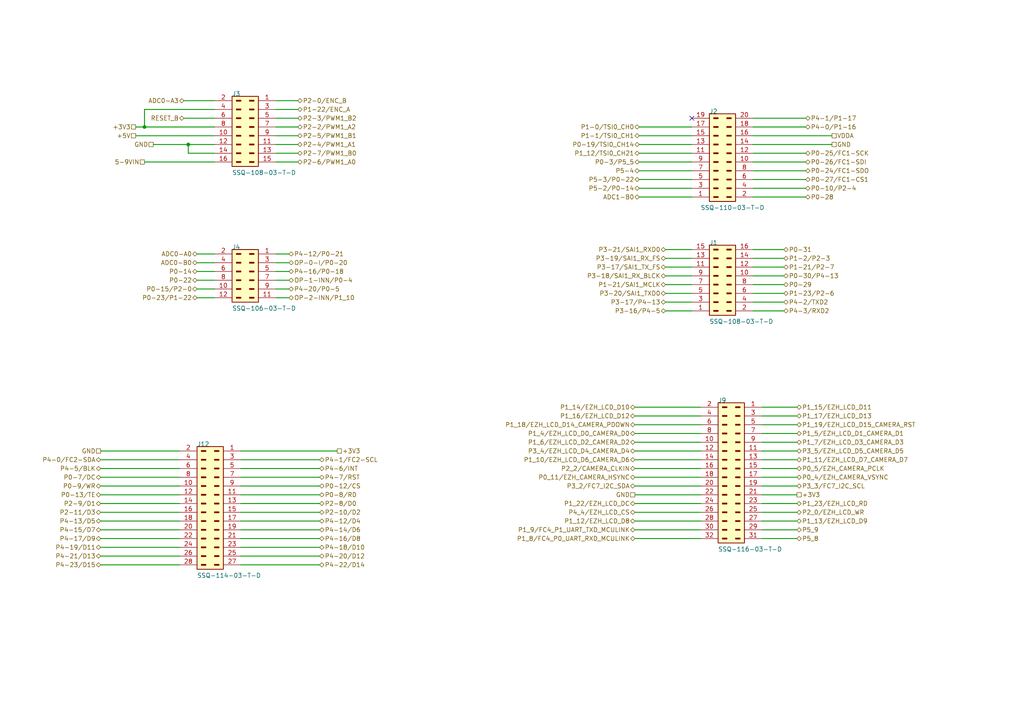
<source format=kicad_sch>
(kicad_sch (version 20231120) (generator "eeschema") (generator_version "8.0")
  (paper "A4")
  (lib_symbols
    (symbol "FRDM-MCXN947__Shield_Template-altium-import:root_0_mirrored_SSQ-106-03-T-D"
      (symbol "root_0_mirrored_SSQ-106-03-T-D_1_0"
        (rectangle (start -1.27 -7.493) (end -2.54 -7.747) (stroke (width 0.254)))
        (rectangle (start -1.27 -4.953) (end -2.54 -5.207) (stroke (width 0.254)))
        (rectangle (start -1.27 -2.413) (end -2.54 -2.667) (stroke (width 0.254)))
        (rectangle (start -1.27 0.127) (end -2.54 -0.127) (stroke (width 0.254)))
        (rectangle (start -1.27 2.667) (end -2.54 2.413) (stroke (width 0.254)))
        (rectangle (start -1.27 5.207) (end -2.54 4.953) (stroke (width 0.254)))
        (rectangle (start 2.54 -7.493) (end 1.27 -7.747) (stroke (width 0.254)))
        (rectangle (start 2.54 -4.953) (end 1.27 -5.207) (stroke (width 0.254)))
        (rectangle (start 2.54 -2.413) (end 1.27 -2.667) (stroke (width 0.254)))
        (rectangle (start 2.54 0.127) (end 1.27 -0.127) (stroke (width 0.254)))
        (rectangle (start 2.54 2.667) (end 1.27 2.413) (stroke (width 0.254)))
        (rectangle (start 2.54 5.207) (end 1.27 4.953) (stroke (width 0.254)))
        (rectangle (start 3.81 6.35) (end -3.81 -8.89) (stroke (width 0.254)) (fill (type background)))
        (pin passive line (at 8.89 5.08 180) (length 5.08) (name "Pin_1") (number "1"))
        (pin passive line (at -8.89 -5.08 0) (length 5.08) (name "Pin_10") (number "10"))
        (pin passive line (at 8.89 -7.62 180) (length 5.08) (name "Pin_11") (number "11"))
        (pin passive line (at -8.89 -7.62 0) (length 5.08) (name "Pin_12") (number "12"))
        (pin passive line (at -8.89 5.08 0) (length 5.08) (name "Pin_2") (number "2"))
        (pin passive line (at 8.89 2.54 180) (length 5.08) (name "Pin_3") (number "3"))
        (pin passive line (at -8.89 2.54 0) (length 5.08) (name "Pin_4") (number "4"))
        (pin passive line (at 8.89 0 180) (length 5.08) (name "Pin_5") (number "5"))
        (pin passive line (at -8.89 0 0) (length 5.08) (name "Pin_6") (number "6"))
        (pin passive line (at 8.89 -2.54 180) (length 5.08) (name "Pin_7") (number "7"))
        (pin passive line (at -8.89 -2.54 0) (length 5.08) (name "Pin_8") (number "8"))
        (pin passive line (at 8.89 -5.08 180) (length 5.08) (name "Pin_9") (number "9"))
      )
    )
    (symbol "FRDM-MCXN947__Shield_Template-altium-import:root_0_mirrored_SSQ-108-03-T-D"
      (symbol "root_0_mirrored_SSQ-108-03-T-D_1_0"
        (rectangle (start -1.27 -10.033) (end -2.54 -10.287) (stroke (width 0.254)))
        (rectangle (start -1.27 -7.493) (end -2.54 -7.747) (stroke (width 0.254)))
        (rectangle (start -1.27 -4.953) (end -2.54 -5.207) (stroke (width 0.254)))
        (rectangle (start -1.27 -2.413) (end -2.54 -2.667) (stroke (width 0.254)))
        (rectangle (start -1.27 0.127) (end -2.54 -0.127) (stroke (width 0.254)))
        (rectangle (start -1.27 2.667) (end -2.54 2.413) (stroke (width 0.254)))
        (rectangle (start -1.27 5.207) (end -2.54 4.953) (stroke (width 0.254)))
        (rectangle (start -1.27 7.747) (end -2.54 7.493) (stroke (width 0.254)))
        (rectangle (start 2.54 -10.033) (end 1.27 -10.287) (stroke (width 0.254)))
        (rectangle (start 2.54 -7.493) (end 1.27 -7.747) (stroke (width 0.254)))
        (rectangle (start 2.54 -4.953) (end 1.27 -5.207) (stroke (width 0.254)))
        (rectangle (start 2.54 -2.413) (end 1.27 -2.667) (stroke (width 0.254)))
        (rectangle (start 2.54 0.127) (end 1.27 -0.127) (stroke (width 0.254)))
        (rectangle (start 2.54 2.667) (end 1.27 2.413) (stroke (width 0.254)))
        (rectangle (start 2.54 5.207) (end 1.27 4.953) (stroke (width 0.254)))
        (rectangle (start 2.54 7.747) (end 1.27 7.493) (stroke (width 0.254)))
        (rectangle (start 3.81 8.89) (end -3.81 -11.43) (stroke (width 0.254)) (fill (type background)))
        (pin passive line (at 8.89 7.62 180) (length 5.08) (name "Pin_1") (number "1"))
        (pin passive line (at -8.89 -2.54 0) (length 5.08) (name "Pin_10") (number "10"))
        (pin passive line (at 8.89 -5.08 180) (length 5.08) (name "Pin_11") (number "11"))
        (pin passive line (at -8.89 -5.08 0) (length 5.08) (name "Pin_12") (number "12"))
        (pin passive line (at 8.89 -7.62 180) (length 5.08) (name "Pin_13") (number "13"))
        (pin passive line (at -8.89 -7.62 0) (length 5.08) (name "Pin_14") (number "14"))
        (pin passive line (at 8.89 -10.16 180) (length 5.08) (name "Pin_15") (number "15"))
        (pin passive line (at -8.89 -10.16 0) (length 5.08) (name "Pin_16") (number "16"))
        (pin passive line (at -8.89 7.62 0) (length 5.08) (name "Pin_2") (number "2"))
        (pin passive line (at 8.89 5.08 180) (length 5.08) (name "Pin_3") (number "3"))
        (pin passive line (at -8.89 5.08 0) (length 5.08) (name "Pin_4") (number "4"))
        (pin passive line (at 8.89 2.54 180) (length 5.08) (name "Pin_5") (number "5"))
        (pin passive line (at -8.89 2.54 0) (length 5.08) (name "Pin_6") (number "6"))
        (pin passive line (at 8.89 0 180) (length 5.08) (name "Pin_7") (number "7"))
        (pin passive line (at -8.89 0 0) (length 5.08) (name "Pin_8") (number "8"))
        (pin passive line (at 8.89 -2.54 180) (length 5.08) (name "Pin_9") (number "9"))
      )
    )
    (symbol "FRDM-MCXN947__Shield_Template-altium-import:root_0_mirrored_SSQ-114-03-T-D"
      (symbol "root_0_mirrored_SSQ-114-03-T-D_1_0"
        (rectangle (start -1.27 -18.923) (end -2.54 -19.177) (stroke (width 0.254)))
        (rectangle (start -1.27 -16.383) (end -2.54 -16.637) (stroke (width 0.254)))
        (rectangle (start -1.27 -13.843) (end -2.54 -14.097) (stroke (width 0.254)))
        (rectangle (start -1.27 -11.303) (end -2.54 -11.557) (stroke (width 0.254)))
        (rectangle (start -1.27 -8.763) (end -2.54 -9.017) (stroke (width 0.254)))
        (rectangle (start -1.27 -6.223) (end -2.54 -6.477) (stroke (width 0.254)))
        (rectangle (start -1.27 -3.683) (end -2.54 -3.937) (stroke (width 0.254)))
        (rectangle (start -1.27 -1.143) (end -2.54 -1.397) (stroke (width 0.254)))
        (rectangle (start -1.27 1.397) (end -2.54 1.143) (stroke (width 0.254)))
        (rectangle (start -1.27 3.937) (end -2.54 3.683) (stroke (width 0.254)))
        (rectangle (start -1.27 6.477) (end -2.54 6.223) (stroke (width 0.254)))
        (rectangle (start -1.27 9.017) (end -2.54 8.763) (stroke (width 0.254)))
        (rectangle (start -1.27 11.557) (end -2.54 11.303) (stroke (width 0.254)))
        (rectangle (start -1.27 14.097) (end -2.54 13.843) (stroke (width 0.254)))
        (rectangle (start 2.54 -18.923) (end 1.27 -19.177) (stroke (width 0.254)))
        (rectangle (start 2.54 -16.383) (end 1.27 -16.637) (stroke (width 0.254)))
        (rectangle (start 2.54 -13.843) (end 1.27 -14.097) (stroke (width 0.254)))
        (rectangle (start 2.54 -11.303) (end 1.27 -11.557) (stroke (width 0.254)))
        (rectangle (start 2.54 -8.763) (end 1.27 -9.017) (stroke (width 0.254)))
        (rectangle (start 2.54 -6.223) (end 1.27 -6.477) (stroke (width 0.254)))
        (rectangle (start 2.54 -3.683) (end 1.27 -3.937) (stroke (width 0.254)))
        (rectangle (start 2.54 -1.143) (end 1.27 -1.397) (stroke (width 0.254)))
        (rectangle (start 2.54 1.397) (end 1.27 1.143) (stroke (width 0.254)))
        (rectangle (start 2.54 3.937) (end 1.27 3.683) (stroke (width 0.254)))
        (rectangle (start 2.54 6.477) (end 1.27 6.223) (stroke (width 0.254)))
        (rectangle (start 2.54 9.017) (end 1.27 8.763) (stroke (width 0.254)))
        (rectangle (start 2.54 11.557) (end 1.27 11.303) (stroke (width 0.254)))
        (rectangle (start 2.54 14.097) (end 1.27 13.843) (stroke (width 0.254)))
        (rectangle (start 3.81 15.24) (end -3.81 -20.32) (stroke (width 0.254)) (fill (type background)))
        (pin passive line (at 8.89 13.97 180) (length 5.08) (name "Pin_1") (number "1"))
        (pin passive line (at -8.89 3.81 0) (length 5.08) (name "Pin_10") (number "10"))
        (pin passive line (at 8.89 1.27 180) (length 5.08) (name "Pin_11") (number "11"))
        (pin passive line (at -8.89 1.27 0) (length 5.08) (name "Pin_12") (number "12"))
        (pin passive line (at 8.89 -1.27 180) (length 5.08) (name "Pin_13") (number "13"))
        (pin passive line (at -8.89 -1.27 0) (length 5.08) (name "Pin_14") (number "14"))
        (pin passive line (at 8.89 -3.81 180) (length 5.08) (name "Pin_15") (number "15"))
        (pin passive line (at -8.89 -3.81 0) (length 5.08) (name "Pin_16") (number "16"))
        (pin passive line (at 8.89 -6.35 180) (length 5.08) (name "Pin_17") (number "17"))
        (pin passive line (at -8.89 -6.35 0) (length 5.08) (name "Pin_18") (number "18"))
        (pin passive line (at 8.89 -8.89 180) (length 5.08) (name "Pin_19") (number "19"))
        (pin passive line (at -8.89 13.97 0) (length 5.08) (name "Pin_2") (number "2"))
        (pin passive line (at -8.89 -8.89 0) (length 5.08) (name "Pin_20") (number "20"))
        (pin passive line (at 8.89 -11.43 180) (length 5.08) (name "Pin_21") (number "21"))
        (pin passive line (at -8.89 -11.43 0) (length 5.08) (name "Pin_22") (number "22"))
        (pin passive line (at 8.89 -13.97 180) (length 5.08) (name "Pin_23") (number "23"))
        (pin passive line (at -8.89 -13.97 0) (length 5.08) (name "Pin_24") (number "24"))
        (pin passive line (at 8.89 -16.51 180) (length 5.08) (name "Pin_25") (number "25"))
        (pin passive line (at -8.89 -16.51 0) (length 5.08) (name "Pin_26") (number "26"))
        (pin passive line (at 8.89 -19.05 180) (length 5.08) (name "Pin_27") (number "27"))
        (pin passive line (at -8.89 -19.05 0) (length 5.08) (name "Pin_28") (number "28"))
        (pin passive line (at 8.89 11.43 180) (length 5.08) (name "Pin_3") (number "3"))
        (pin passive line (at -8.89 11.43 0) (length 5.08) (name "Pin_4") (number "4"))
        (pin passive line (at 8.89 8.89 180) (length 5.08) (name "Pin_5") (number "5"))
        (pin passive line (at -8.89 8.89 0) (length 5.08) (name "Pin_6") (number "6"))
        (pin passive line (at 8.89 6.35 180) (length 5.08) (name "Pin_7") (number "7"))
        (pin passive line (at -8.89 6.35 0) (length 5.08) (name "Pin_8") (number "8"))
        (pin passive line (at 8.89 3.81 180) (length 5.08) (name "Pin_9") (number "9"))
      )
    )
    (symbol "FRDM-MCXN947__Shield_Template-altium-import:root_0_mirrored_SSQ-116-03-T-D"
      (symbol "root_0_mirrored_SSQ-116-03-T-D_1_0"
        (rectangle (start -1.27 -20.193) (end -2.54 -20.447) (stroke (width 0.254)))
        (rectangle (start -1.27 -17.653) (end -2.54 -17.907) (stroke (width 0.254)))
        (rectangle (start -1.27 -15.113) (end -2.54 -15.367) (stroke (width 0.254)))
        (rectangle (start -1.27 -12.573) (end -2.54 -12.827) (stroke (width 0.254)))
        (rectangle (start -1.27 -10.033) (end -2.54 -10.287) (stroke (width 0.254)))
        (rectangle (start -1.27 -7.493) (end -2.54 -7.747) (stroke (width 0.254)))
        (rectangle (start -1.27 -4.953) (end -2.54 -5.207) (stroke (width 0.254)))
        (rectangle (start -1.27 -2.413) (end -2.54 -2.667) (stroke (width 0.254)))
        (rectangle (start -1.27 0.127) (end -2.54 -0.127) (stroke (width 0.254)))
        (rectangle (start -1.27 2.667) (end -2.54 2.413) (stroke (width 0.254)))
        (rectangle (start -1.27 5.207) (end -2.54 4.953) (stroke (width 0.254)))
        (rectangle (start -1.27 7.747) (end -2.54 7.493) (stroke (width 0.254)))
        (rectangle (start -1.27 10.287) (end -2.54 10.033) (stroke (width 0.254)))
        (rectangle (start -1.27 12.827) (end -2.54 12.573) (stroke (width 0.254)))
        (rectangle (start -1.27 15.367) (end -2.54 15.113) (stroke (width 0.254)))
        (rectangle (start -1.27 17.907) (end -2.54 17.653) (stroke (width 0.254)))
        (rectangle (start 2.54 -20.193) (end 1.27 -20.447) (stroke (width 0.254)))
        (rectangle (start 2.54 -17.653) (end 1.27 -17.907) (stroke (width 0.254)))
        (rectangle (start 2.54 -15.113) (end 1.27 -15.367) (stroke (width 0.254)))
        (rectangle (start 2.54 -12.573) (end 1.27 -12.827) (stroke (width 0.254)))
        (rectangle (start 2.54 -10.033) (end 1.27 -10.287) (stroke (width 0.254)))
        (rectangle (start 2.54 -7.493) (end 1.27 -7.747) (stroke (width 0.254)))
        (rectangle (start 2.54 -4.953) (end 1.27 -5.207) (stroke (width 0.254)))
        (rectangle (start 2.54 -2.413) (end 1.27 -2.667) (stroke (width 0.254)))
        (rectangle (start 2.54 0.127) (end 1.27 -0.127) (stroke (width 0.254)))
        (rectangle (start 2.54 2.667) (end 1.27 2.413) (stroke (width 0.254)))
        (rectangle (start 2.54 5.207) (end 1.27 4.953) (stroke (width 0.254)))
        (rectangle (start 2.54 7.747) (end 1.27 7.493) (stroke (width 0.254)))
        (rectangle (start 2.54 10.287) (end 1.27 10.033) (stroke (width 0.254)))
        (rectangle (start 2.54 12.827) (end 1.27 12.573) (stroke (width 0.254)))
        (rectangle (start 2.54 15.367) (end 1.27 15.113) (stroke (width 0.254)))
        (rectangle (start 2.54 17.907) (end 1.27 17.653) (stroke (width 0.254)))
        (rectangle (start 3.81 19.05) (end -3.81 -21.59) (stroke (width 0.254)) (fill (type background)))
        (pin passive line (at 8.89 17.78 180) (length 5.08) (name "Pin_1") (number "1"))
        (pin passive line (at -8.89 7.62 0) (length 5.08) (name "Pin_10") (number "10"))
        (pin passive line (at 8.89 5.08 180) (length 5.08) (name "Pin_11") (number "11"))
        (pin passive line (at -8.89 5.08 0) (length 5.08) (name "Pin_12") (number "12"))
        (pin passive line (at 8.89 2.54 180) (length 5.08) (name "Pin_13") (number "13"))
        (pin passive line (at -8.89 2.54 0) (length 5.08) (name "Pin_14") (number "14"))
        (pin passive line (at 8.89 0 180) (length 5.08) (name "Pin_15") (number "15"))
        (pin passive line (at -8.89 0 0) (length 5.08) (name "Pin_16") (number "16"))
        (pin passive line (at 8.89 -2.54 180) (length 5.08) (name "Pin_17") (number "17"))
        (pin passive line (at -8.89 -2.54 0) (length 5.08) (name "Pin_18") (number "18"))
        (pin passive line (at 8.89 -5.08 180) (length 5.08) (name "Pin_19") (number "19"))
        (pin passive line (at -8.89 17.78 0) (length 5.08) (name "Pin_2") (number "2"))
        (pin passive line (at -8.89 -5.08 0) (length 5.08) (name "Pin_20") (number "20"))
        (pin passive line (at 8.89 -7.62 180) (length 5.08) (name "Pin_21") (number "21"))
        (pin passive line (at -8.89 -7.62 0) (length 5.08) (name "Pin_22") (number "22"))
        (pin passive line (at 8.89 -10.16 180) (length 5.08) (name "Pin_23") (number "23"))
        (pin passive line (at -8.89 -10.16 0) (length 5.08) (name "Pin_24") (number "24"))
        (pin passive line (at 8.89 -12.7 180) (length 5.08) (name "Pin_25") (number "25"))
        (pin passive line (at -8.89 -12.7 0) (length 5.08) (name "Pin_26") (number "26"))
        (pin passive line (at 8.89 -15.24 180) (length 5.08) (name "Pin_27") (number "27"))
        (pin passive line (at -8.89 -15.24 0) (length 5.08) (name "Pin_28") (number "28"))
        (pin passive line (at 8.89 -17.78 180) (length 5.08) (name "Pin_29") (number "29"))
        (pin passive line (at 8.89 15.24 180) (length 5.08) (name "Pin_3") (number "3"))
        (pin passive line (at -8.89 -17.78 0) (length 5.08) (name "Pin_30") (number "30"))
        (pin passive line (at 8.89 -20.32 180) (length 5.08) (name "Pin_31") (number "31"))
        (pin passive line (at -8.89 -20.32 0) (length 5.08) (name "Pin_32") (number "32"))
        (pin passive line (at -8.89 15.24 0) (length 5.08) (name "Pin_4") (number "4"))
        (pin passive line (at 8.89 12.7 180) (length 5.08) (name "Pin_5") (number "5"))
        (pin passive line (at -8.89 12.7 0) (length 5.08) (name "Pin_6") (number "6"))
        (pin passive line (at 8.89 10.16 180) (length 5.08) (name "Pin_7") (number "7"))
        (pin passive line (at -8.89 10.16 0) (length 5.08) (name "Pin_8") (number "8"))
        (pin passive line (at 8.89 7.62 180) (length 5.08) (name "Pin_9") (number "9"))
      )
    )
    (symbol "FRDM-MCXN947__Shield_Template-altium-import:root_2_mirrored_SSQ-108-03-T-D"
      (symbol "root_2_mirrored_SSQ-108-03-T-D_1_0"
        (rectangle (start -1.27 -7.493) (end -2.54 -7.747) (stroke (width 0.254)))
        (rectangle (start -1.27 -4.953) (end -2.54 -5.207) (stroke (width 0.254)))
        (rectangle (start -1.27 -2.413) (end -2.54 -2.667) (stroke (width 0.254)))
        (rectangle (start -1.27 0.127) (end -2.54 -0.127) (stroke (width 0.254)))
        (rectangle (start -1.27 2.667) (end -2.54 2.413) (stroke (width 0.254)))
        (rectangle (start -1.27 5.207) (end -2.54 4.953) (stroke (width 0.254)))
        (rectangle (start -1.27 7.747) (end -2.54 7.493) (stroke (width 0.254)))
        (rectangle (start -1.27 10.287) (end -2.54 10.033) (stroke (width 0.254)))
        (rectangle (start 2.54 -7.493) (end 1.27 -7.747) (stroke (width 0.254)))
        (rectangle (start 2.54 -4.953) (end 1.27 -5.207) (stroke (width 0.254)))
        (rectangle (start 2.54 -2.413) (end 1.27 -2.667) (stroke (width 0.254)))
        (rectangle (start 2.54 0.127) (end 1.27 -0.127) (stroke (width 0.254)))
        (rectangle (start 2.54 2.667) (end 1.27 2.413) (stroke (width 0.254)))
        (rectangle (start 2.54 5.207) (end 1.27 4.953) (stroke (width 0.254)))
        (rectangle (start 2.54 7.747) (end 1.27 7.493) (stroke (width 0.254)))
        (rectangle (start 2.54 10.287) (end 1.27 10.033) (stroke (width 0.254)))
        (rectangle (start 3.81 11.43) (end -3.81 -8.89) (stroke (width 0.254)) (fill (type background)))
        (pin passive line (at -8.89 -7.62 0) (length 5.08) (name "Pin_1") (number "1"))
        (pin passive line (at 8.89 2.54 180) (length 5.08) (name "Pin_10") (number "10"))
        (pin passive line (at -8.89 5.08 0) (length 5.08) (name "Pin_11") (number "11"))
        (pin passive line (at 8.89 5.08 180) (length 5.08) (name "Pin_12") (number "12"))
        (pin passive line (at -8.89 7.62 0) (length 5.08) (name "Pin_13") (number "13"))
        (pin passive line (at 8.89 7.62 180) (length 5.08) (name "Pin_14") (number "14"))
        (pin passive line (at -8.89 10.16 0) (length 5.08) (name "Pin_15") (number "15"))
        (pin passive line (at 8.89 10.16 180) (length 5.08) (name "Pin_16") (number "16"))
        (pin passive line (at 8.89 -7.62 180) (length 5.08) (name "Pin_2") (number "2"))
        (pin passive line (at -8.89 -5.08 0) (length 5.08) (name "Pin_3") (number "3"))
        (pin passive line (at 8.89 -5.08 180) (length 5.08) (name "Pin_4") (number "4"))
        (pin passive line (at -8.89 -2.54 0) (length 5.08) (name "Pin_5") (number "5"))
        (pin passive line (at 8.89 -2.54 180) (length 5.08) (name "Pin_6") (number "6"))
        (pin passive line (at -8.89 0 0) (length 5.08) (name "Pin_7") (number "7"))
        (pin passive line (at 8.89 0 180) (length 5.08) (name "Pin_8") (number "8"))
        (pin passive line (at -8.89 2.54 0) (length 5.08) (name "Pin_9") (number "9"))
      )
    )
    (symbol "FRDM-MCXN947__Shield_Template-altium-import:root_2_mirrored_SSQ-110-03-T-D"
      (symbol "root_2_mirrored_SSQ-110-03-T-D_1_0"
        (rectangle (start -1.27 -10.033) (end -2.54 -10.287) (stroke (width 0.254)))
        (rectangle (start -1.27 -7.493) (end -2.54 -7.747) (stroke (width 0.254)))
        (rectangle (start -1.27 -4.953) (end -2.54 -5.207) (stroke (width 0.254)))
        (rectangle (start -1.27 -2.413) (end -2.54 -2.667) (stroke (width 0.254)))
        (rectangle (start -1.27 0.127) (end -2.54 -0.127) (stroke (width 0.254)))
        (rectangle (start -1.27 2.667) (end -2.54 2.413) (stroke (width 0.254)))
        (rectangle (start -1.27 5.207) (end -2.54 4.953) (stroke (width 0.254)))
        (rectangle (start -1.27 7.747) (end -2.54 7.493) (stroke (width 0.254)))
        (rectangle (start -1.27 10.287) (end -2.54 10.033) (stroke (width 0.254)))
        (rectangle (start -1.27 12.827) (end -2.54 12.573) (stroke (width 0.254)))
        (rectangle (start 2.54 -10.033) (end 1.27 -10.287) (stroke (width 0.254)))
        (rectangle (start 2.54 -7.493) (end 1.27 -7.747) (stroke (width 0.254)))
        (rectangle (start 2.54 -4.953) (end 1.27 -5.207) (stroke (width 0.254)))
        (rectangle (start 2.54 -2.413) (end 1.27 -2.667) (stroke (width 0.254)))
        (rectangle (start 2.54 0.127) (end 1.27 -0.127) (stroke (width 0.254)))
        (rectangle (start 2.54 2.667) (end 1.27 2.413) (stroke (width 0.254)))
        (rectangle (start 2.54 5.207) (end 1.27 4.953) (stroke (width 0.254)))
        (rectangle (start 2.54 7.747) (end 1.27 7.493) (stroke (width 0.254)))
        (rectangle (start 2.54 10.287) (end 1.27 10.033) (stroke (width 0.254)))
        (rectangle (start 2.54 12.827) (end 1.27 12.573) (stroke (width 0.254)))
        (rectangle (start 3.81 13.97) (end -3.81 -11.43) (stroke (width 0.254)) (fill (type background)))
        (pin passive line (at -8.89 -10.16 0) (length 5.08) (name "Pin_1") (number "1"))
        (pin passive line (at 8.89 0 180) (length 5.08) (name "Pin_10") (number "10"))
        (pin passive line (at -8.89 2.54 0) (length 5.08) (name "Pin_11") (number "11"))
        (pin passive line (at 8.89 2.54 180) (length 5.08) (name "Pin_12") (number "12"))
        (pin passive line (at -8.89 5.08 0) (length 5.08) (name "Pin_13") (number "13"))
        (pin passive line (at 8.89 5.08 180) (length 5.08) (name "Pin_14") (number "14"))
        (pin passive line (at -8.89 7.62 0) (length 5.08) (name "Pin_15") (number "15"))
        (pin passive line (at 8.89 7.62 180) (length 5.08) (name "Pin_16") (number "16"))
        (pin passive line (at -8.89 10.16 0) (length 5.08) (name "Pin_17") (number "17"))
        (pin passive line (at 8.89 10.16 180) (length 5.08) (name "Pin_18") (number "18"))
        (pin passive line (at -8.89 12.7 0) (length 5.08) (name "Pin_19") (number "19"))
        (pin passive line (at 8.89 -10.16 180) (length 5.08) (name "Pin_2") (number "2"))
        (pin passive line (at 8.89 12.7 180) (length 5.08) (name "Pin_20") (number "20"))
        (pin passive line (at -8.89 -7.62 0) (length 5.08) (name "Pin_3") (number "3"))
        (pin passive line (at 8.89 -7.62 180) (length 5.08) (name "Pin_4") (number "4"))
        (pin passive line (at -8.89 -5.08 0) (length 5.08) (name "Pin_5") (number "5"))
        (pin passive line (at 8.89 -5.08 180) (length 5.08) (name "Pin_6") (number "6"))
        (pin passive line (at -8.89 -2.54 0) (length 5.08) (name "Pin_7") (number "7"))
        (pin passive line (at 8.89 -2.54 180) (length 5.08) (name "Pin_8") (number "8"))
        (pin passive line (at -8.89 0 0) (length 5.08) (name "Pin_9") (number "9"))
      )
    )
  )
  (junction (at 54.61 41.91))
  (junction (at 41.91 36.83))
  (no_connect (at 200.66 34.29))
  (wire (pts (xy 185.42 49.53) (xy 200.66 49.53)) (stroke (width 0.254)))
  (wire (pts (xy 218.44 41.91) (xy 241.3 41.91)) (stroke (width 0.254)))
  (wire (pts (xy 29.21 151.13) (xy 52.07 151.13)) (stroke (width 0.254)))
  (wire (pts (xy 220.98 151.13) (xy 231.14 151.13)) (stroke (width 0.254)))
  (wire (pts (xy 69.85 156.21) (xy 92.71 156.21)) (stroke (width 0.254)))
  (wire (pts (xy 69.85 138.43) (xy 92.71 138.43)) (stroke (width 0.254)))
  (wire (pts (xy 80.01 29.21) (xy 86.36 29.21)) (stroke (width 0.254)))
  (wire (pts (xy 220.98 120.65) (xy 231.14 120.65)) (stroke (width 0.254)))
  (wire (pts (xy 218.44 57.15) (xy 233.68 57.15)) (stroke (width 0.254)))
  (wire (pts (xy 69.85 143.51) (xy 92.71 143.51)) (stroke (width 0.254)))
  (wire (pts (xy 80.01 41.91) (xy 86.36 41.91)) (stroke (width 0.254)))
  (wire (pts (xy 184.15 135.89) (xy 203.2 135.89)) (stroke (width 0.254)))
  (wire (pts (xy 184.15 151.13) (xy 203.2 151.13)) (stroke (width 0.254)))
  (wire (pts (xy 184.15 153.67) (xy 203.2 153.67)) (stroke (width 0.254)))
  (wire (pts (xy 184.15 133.35) (xy 203.2 133.35)) (stroke (width 0.254)))
  (wire (pts (xy 220.98 123.19) (xy 231.14 123.19)) (stroke (width 0.254)))
  (wire (pts (xy 193.04 80.01) (xy 200.66 80.01)) (stroke (width 0.254)))
  (wire (pts (xy 184.15 118.11) (xy 203.2 118.11)) (stroke (width 0.254)))
  (wire (pts (xy 41.91 31.75) (xy 41.91 36.83)) (stroke (width 0.254)))
  (wire (pts (xy 69.85 158.75) (xy 92.71 158.75)) (stroke (width 0.254)))
  (wire (pts (xy 218.44 44.45) (xy 233.68 44.45)) (stroke (width 0.254)))
  (wire (pts (xy 218.44 80.01) (xy 227.33 80.01)) (stroke (width 0.254)))
  (wire (pts (xy 184.15 138.43) (xy 203.2 138.43)) (stroke (width 0.254)))
  (wire (pts (xy 62.23 76.2) (xy 57.15 76.2)) (stroke (width 0.254)))
  (wire (pts (xy 62.23 46.99) (xy 41.91 46.99)) (stroke (width 0.254)))
  (wire (pts (xy 220.98 140.97) (xy 231.14 140.97)) (stroke (width 0.254)))
  (wire (pts (xy 80.01 44.45) (xy 86.36 44.45)) (stroke (width 0.254)))
  (wire (pts (xy 54.61 41.91) (xy 44.45 41.91)) (stroke (width 0.254)))
  (wire (pts (xy 184.15 156.21) (xy 203.2 156.21)) (stroke (width 0.254)))
  (wire (pts (xy 62.23 44.45) (xy 54.61 44.45)) (stroke (width 0.254)))
  (wire (pts (xy 220.98 148.59) (xy 231.14 148.59)) (stroke (width 0.254)))
  (wire (pts (xy 69.85 153.67) (xy 92.71 153.67)) (stroke (width 0.254)))
  (wire (pts (xy 62.23 41.91) (xy 54.61 41.91)) (stroke (width 0.254)))
  (wire (pts (xy 62.23 29.21) (xy 53.34 29.21)) (stroke (width 0.254)))
  (wire (pts (xy 184.15 120.65) (xy 203.2 120.65)) (stroke (width 0.254)))
  (wire (pts (xy 80.01 39.37) (xy 86.36 39.37)) (stroke (width 0.254)))
  (wire (pts (xy 69.85 163.83) (xy 92.71 163.83)) (stroke (width 0.254)))
  (wire (pts (xy 218.44 34.29) (xy 233.68 34.29)) (stroke (width 0.254)))
  (wire (pts (xy 184.15 123.19) (xy 203.2 123.19)) (stroke (width 0.254)))
  (wire (pts (xy 83.82 81.28) (xy 80.01 81.28)) (stroke (width 0.254)))
  (wire (pts (xy 220.98 125.73) (xy 231.14 125.73)) (stroke (width 0.254)))
  (wire (pts (xy 184.15 148.59) (xy 203.2 148.59)) (stroke (width 0.254)))
  (wire (pts (xy 218.44 36.83) (xy 233.68 36.83)) (stroke (width 0.254)))
  (wire (pts (xy 185.42 54.61) (xy 200.66 54.61)) (stroke (width 0.254)))
  (wire (pts (xy 62.23 36.83) (xy 41.91 36.83)) (stroke (width 0.254)))
  (wire (pts (xy 184.15 146.05) (xy 203.2 146.05)) (stroke (width 0.254)))
  (wire (pts (xy 29.21 135.89) (xy 52.07 135.89)) (stroke (width 0.254)))
  (wire (pts (xy 83.82 86.36) (xy 80.01 86.36)) (stroke (width 0.254)))
  (wire (pts (xy 220.98 143.51) (xy 231.14 143.51)) (stroke (width 0.254)))
  (wire (pts (xy 69.85 161.29) (xy 92.71 161.29)) (stroke (width 0.254)))
  (wire (pts (xy 62.23 31.75) (xy 41.91 31.75)) (stroke (width 0.254)))
  (wire (pts (xy 62.23 81.28) (xy 57.15 81.28)) (stroke (width 0.254)))
  (wire (pts (xy 220.98 128.27) (xy 231.14 128.27)) (stroke (width 0.254)))
  (wire (pts (xy 69.85 140.97) (xy 92.71 140.97)) (stroke (width 0.254)))
  (wire (pts (xy 220.98 156.21) (xy 231.14 156.21)) (stroke (width 0.254)))
  (wire (pts (xy 218.44 74.93) (xy 227.33 74.93)) (stroke (width 0.254)))
  (wire (pts (xy 69.85 146.05) (xy 92.71 146.05)) (stroke (width 0.254)))
  (wire (pts (xy 193.04 74.93) (xy 200.66 74.93)) (stroke (width 0.254)))
  (wire (pts (xy 220.98 130.81) (xy 231.14 130.81)) (stroke (width 0.254)))
  (wire (pts (xy 218.44 52.07) (xy 233.68 52.07)) (stroke (width 0.254)))
  (wire (pts (xy 69.85 135.89) (xy 92.71 135.89)) (stroke (width 0.254)))
  (wire (pts (xy 69.85 148.59) (xy 92.71 148.59)) (stroke (width 0.254)))
  (wire (pts (xy 220.98 153.67) (xy 231.14 153.67)) (stroke (width 0.254)))
  (wire (pts (xy 184.15 140.97) (xy 203.2 140.97)) (stroke (width 0.254)))
  (wire (pts (xy 62.23 39.37) (xy 39.37 39.37)) (stroke (width 0.254)))
  (wire (pts (xy 69.85 151.13) (xy 92.71 151.13)) (stroke (width 0.254)))
  (wire (pts (xy 62.23 34.29) (xy 53.34 34.29)) (stroke (width 0.254)))
  (wire (pts (xy 29.21 153.67) (xy 52.07 153.67)) (stroke (width 0.254)))
  (wire (pts (xy 193.04 85.09) (xy 200.66 85.09)) (stroke (width 0.254)))
  (wire (pts (xy 62.23 78.74) (xy 57.15 78.74)) (stroke (width 0.254)))
  (wire (pts (xy 69.85 130.81) (xy 97.79 130.81)) (stroke (width 0.254)))
  (wire (pts (xy 52.07 130.81) (xy 29.21 130.81)) (stroke (width 0.254)))
  (wire (pts (xy 29.21 148.59) (xy 52.07 148.59)) (stroke (width 0.254)))
  (wire (pts (xy 185.42 39.37) (xy 200.66 39.37)) (stroke (width 0.254)))
  (wire (pts (xy 80.01 31.75) (xy 86.36 31.75)) (stroke (width 0.254)))
  (wire (pts (xy 218.44 77.47) (xy 227.33 77.47)) (stroke (width 0.254)))
  (wire (pts (xy 54.61 44.45) (xy 54.61 41.91)) (stroke (width 0.254)))
  (wire (pts (xy 29.21 163.83) (xy 52.07 163.83)) (stroke (width 0.254)))
  (wire (pts (xy 80.01 36.83) (xy 86.36 36.83)) (stroke (width 0.254)))
  (wire (pts (xy 80.01 34.29) (xy 86.36 34.29)) (stroke (width 0.254)))
  (wire (pts (xy 83.82 78.74) (xy 80.01 78.74)) (stroke (width 0.254)))
  (wire (pts (xy 218.44 49.53) (xy 233.68 49.53)) (stroke (width 0.254)))
  (wire (pts (xy 184.15 125.73) (xy 203.2 125.73)) (stroke (width 0.254)))
  (wire (pts (xy 185.42 41.91) (xy 200.66 41.91)) (stroke (width 0.254)))
  (wire (pts (xy 218.44 85.09) (xy 227.33 85.09)) (stroke (width 0.254)))
  (wire (pts (xy 69.85 133.35) (xy 92.71 133.35)) (stroke (width 0.254)))
  (wire (pts (xy 220.98 146.05) (xy 231.14 146.05)) (stroke (width 0.254)))
  (wire (pts (xy 62.23 73.66) (xy 57.15 73.66)) (stroke (width 0.254)))
  (wire (pts (xy 29.21 161.29) (xy 52.07 161.29)) (stroke (width 0.254)))
  (wire (pts (xy 83.82 76.2) (xy 80.01 76.2)) (stroke (width 0.254)))
  (wire (pts (xy 185.42 57.15) (xy 200.66 57.15)) (stroke (width 0.254)))
  (wire (pts (xy 220.98 138.43) (xy 231.14 138.43)) (stroke (width 0.254)))
  (wire (pts (xy 218.44 54.61) (xy 233.68 54.61)) (stroke (width 0.254)))
  (wire (pts (xy 29.21 138.43) (xy 52.07 138.43)) (stroke (width 0.254)))
  (wire (pts (xy 29.21 156.21) (xy 52.07 156.21)) (stroke (width 0.254)))
  (wire (pts (xy 218.44 72.39) (xy 227.33 72.39)) (stroke (width 0.254)))
  (wire (pts (xy 62.23 86.36) (xy 57.15 86.36)) (stroke (width 0.254)))
  (wire (pts (xy 218.44 87.63) (xy 227.33 87.63)) (stroke (width 0.254)))
  (wire (pts (xy 193.04 72.39) (xy 200.66 72.39)) (stroke (width 0.254)))
  (wire (pts (xy 29.21 140.97) (xy 52.07 140.97)) (stroke (width 0.254)))
  (wire (pts (xy 29.21 146.05) (xy 52.07 146.05)) (stroke (width 0.254)))
  (wire (pts (xy 29.21 143.51) (xy 52.07 143.51)) (stroke (width 0.254)))
  (wire (pts (xy 29.21 158.75) (xy 52.07 158.75)) (stroke (width 0.254)))
  (wire (pts (xy 193.04 77.47) (xy 200.66 77.47)) (stroke (width 0.254)))
  (wire (pts (xy 41.91 36.83) (xy 39.37 36.83)) (stroke (width 0.254)))
  (wire (pts (xy 220.98 133.35) (xy 231.14 133.35)) (stroke (width 0.254)))
  (wire (pts (xy 185.42 44.45) (xy 200.66 44.45)) (stroke (width 0.254)))
  (wire (pts (xy 185.42 36.83) (xy 200.66 36.83)) (stroke (width 0.254)))
  (wire (pts (xy 193.04 82.55) (xy 200.66 82.55)) (stroke (width 0.254)))
  (wire (pts (xy 218.44 82.55) (xy 227.33 82.55)) (stroke (width 0.254)))
  (wire (pts (xy 80.01 46.99) (xy 86.36 46.99)) (stroke (width 0.254)))
  (wire (pts (xy 184.15 143.51) (xy 203.2 143.51)) (stroke (width 0.254)))
  (wire (pts (xy 185.42 52.07) (xy 200.66 52.07)) (stroke (width 0.254)))
  (wire (pts (xy 193.04 90.17) (xy 200.66 90.17)) (stroke (width 0.254)))
  (wire (pts (xy 29.21 133.35) (xy 52.07 133.35)) (stroke (width 0.254)))
  (wire (pts (xy 83.82 83.82) (xy 80.01 83.82)) (stroke (width 0.254)))
  (wire (pts (xy 185.42 46.99) (xy 200.66 46.99)) (stroke (width 0.254)))
  (wire (pts (xy 184.15 130.81) (xy 203.2 130.81)) (stroke (width 0.254)))
  (wire (pts (xy 62.23 83.82) (xy 57.15 83.82)) (stroke (width 0.254)))
  (wire (pts (xy 218.44 90.17) (xy 227.33 90.17)) (stroke (width 0.254)))
  (wire (pts (xy 184.15 128.27) (xy 203.2 128.27)) (stroke (width 0.254)))
  (wire (pts (xy 220.98 135.89) (xy 231.14 135.89)) (stroke (width 0.254)))
  (wire (pts (xy 220.98 118.11) (xy 231.14 118.11)) (stroke (width 0.254)))
  (wire (pts (xy 193.04 87.63) (xy 200.66 87.63)) (stroke (width 0.254)))
  (wire (pts (xy 218.44 46.99) (xy 233.68 46.99)) (stroke (width 0.254)))
  (wire (pts (xy 83.82 73.66) (xy 80.01 73.66)) (stroke (width 0.254)))
  (wire (pts (xy 218.44 39.37) (xy 241.3 39.37)) (stroke (width 0.254)))
  (hierarchical_label "P1_10{slash}EZH_LCD_D6_CAMERA_D6" (shape bidirectional) (at 184.15 133.35 180))
  (hierarchical_label "P1_16{slash}EZH_LCD_D12" (shape bidirectional) (at 184.15 120.65 180))
  (hierarchical_label "OP-2-INN{slash}P1_10" (shape bidirectional) (at 83.82 86.36 0))
  (hierarchical_label "P4-15{slash}D7" (shape bidirectional) (at 29.21 153.67 180))
  (hierarchical_label "P1_22{slash}EZH_LCD_DC" (shape bidirectional) (at 184.15 146.05 180))
  (hierarchical_label "P4-19{slash}D11" (shape bidirectional) (at 29.21 158.75 180))
  (hierarchical_label "P0-15{slash}P2-0" (shape bidirectional) (at 57.15 83.82 180))
  (hierarchical_label "P2-8{slash}D0" (shape bidirectional) (at 92.71 146.05 0))
  (hierarchical_label "P3-16{slash}P4-5" (shape bidirectional) (at 193.04 90.17 180))
  (hierarchical_label "P5_9" (shape bidirectional) (at 231.14 153.67 0))
  (hierarchical_label "RESET_B" (shape bidirectional) (at 53.34 34.29 180))
  (hierarchical_label "OP-0-I{slash}P0-20" (shape bidirectional) (at 83.82 76.2 0))
  (hierarchical_label "GND" (shape passive) (at 184.15 143.51 180))
  (hierarchical_label "P0-25{slash}FC1-SCK" (shape bidirectional) (at 233.68 44.45 0))
  (hierarchical_label "P4-21{slash}D13" (shape bidirectional) (at 29.21 161.29 180))
  (hierarchical_label "P5_8" (shape bidirectional) (at 231.14 156.21 0))
  (hierarchical_label "P4-12{slash}D4" (shape bidirectional) (at 92.71 151.13 0))
  (hierarchical_label "P0-12{slash}CS" (shape bidirectional) (at 92.71 140.97 0))
  (hierarchical_label "P0-31" (shape bidirectional) (at 227.33 72.39 0))
  (hierarchical_label "+3V3" (shape passive) (at 97.79 130.81 0))
  (hierarchical_label "P2-0{slash}ENC_B" (shape bidirectional) (at 86.36 29.21 0))
  (hierarchical_label "P4-0{slash}P1-16" (shape bidirectional) (at 233.68 36.83 0))
  (hierarchical_label "ADC0-A0" (shape bidirectional) (at 57.15 73.66 180))
  (hierarchical_label "P2_0{slash}EZH_LCD_WR" (shape bidirectional) (at 231.14 148.59 0))
  (hierarchical_label "P4-16{slash}P0-18" (shape bidirectional) (at 83.82 78.74 0))
  (hierarchical_label "P0-3{slash}P5_5" (shape bidirectional) (at 185.42 46.99 180))
  (hierarchical_label "P4-7{slash}RST" (shape bidirectional) (at 92.71 138.43 0))
  (hierarchical_label "P1_14{slash}EZH_LCD_D10" (shape bidirectional) (at 184.15 118.11 180))
  (hierarchical_label "P0-14" (shape bidirectional) (at 57.15 78.74 180))
  (hierarchical_label "P1_7{slash}EZH_LCD_D3_CAMERA_D3" (shape bidirectional) (at 231.14 128.27 0))
  (hierarchical_label "VDDA" (shape passive) (at 241.3 39.37 0))
  (hierarchical_label "P3_2{slash}FC7_I2C_SDA" (shape bidirectional) (at 184.15 140.97 180))
  (hierarchical_label "ADC1-B0" (shape bidirectional) (at 185.42 57.15 180))
  (hierarchical_label "P2-6{slash}PWM1_A0" (shape bidirectional) (at 86.36 46.99 0))
  (hierarchical_label "P3-21{slash}SAI1_RXD0" (shape bidirectional) (at 193.04 72.39 180))
  (hierarchical_label "P2-10{slash}D2" (shape bidirectional) (at 92.71 148.59 0))
  (hierarchical_label "P0-30{slash}P4-13" (shape bidirectional) (at 227.33 80.01 0))
  (hierarchical_label "P0-22" (shape bidirectional) (at 57.15 81.28 180))
  (hierarchical_label "P2-2{slash}PWM1_A2" (shape bidirectional) (at 86.36 36.83 0))
  (hierarchical_label "P0_5{slash}EZH_CAMERA_PCLK" (shape bidirectional) (at 231.14 135.89 0))
  (hierarchical_label "P1-23{slash}P2-6" (shape bidirectional) (at 227.33 85.09 0))
  (hierarchical_label "GND" (shape passive) (at 29.21 130.81 180))
  (hierarchical_label "P4-0{slash}FC2-SDA" (shape bidirectional) (at 29.21 133.35 180))
  (hierarchical_label "+5V" (shape passive) (at 39.37 39.37 180))
  (hierarchical_label "P3_3{slash}FC7_I2C_SCL" (shape bidirectional) (at 231.14 140.97 0))
  (hierarchical_label "P1-0{slash}TSI0_CH0" (shape bidirectional) (at 185.42 36.83 180))
  (hierarchical_label "P1_9{slash}FC4_P1_UART_TXD_MCULINK" (shape bidirectional) (at 184.15 153.67 180))
  (hierarchical_label "ADC0-B0" (shape bidirectional) (at 57.15 76.2 180))
  (hierarchical_label "P3_4{slash}EZH_LCD_D4_CAMERA_D4" (shape bidirectional) (at 184.15 130.81 180))
  (hierarchical_label "P0-8{slash}RD" (shape bidirectional) (at 92.71 143.51 0))
  (hierarchical_label "P0-28" (shape bidirectional) (at 233.68 57.15 0))
  (hierarchical_label "P1-22{slash}ENC_A" (shape bidirectional) (at 86.36 31.75 0))
  (hierarchical_label "P4-23{slash}D15" (shape bidirectional) (at 29.21 163.83 180))
  (hierarchical_label "P1_12{slash}TSI0_CH21" (shape bidirectional) (at 185.42 44.45 180))
  (hierarchical_label "5-9VIN" (shape passive) (at 41.91 46.99 180))
  (hierarchical_label "P4-18{slash}D10" (shape bidirectional) (at 92.71 158.75 0))
  (hierarchical_label "P2-7{slash}PWM1_B0" (shape bidirectional) (at 86.36 44.45 0))
  (hierarchical_label "P4-13{slash}D5" (shape bidirectional) (at 29.21 151.13 180))
  (hierarchical_label "P1_19{slash}EZH_LCD_D15_CAMERA_RST" (shape bidirectional) (at 231.14 123.19 0))
  (hierarchical_label "P0_4{slash}EZH_CAMERA_VSYNC" (shape bidirectional) (at 231.14 138.43 0))
  (hierarchical_label "P1_18{slash}EZH_LCD_D14_CAMERA_PDOWN" (shape bidirectional) (at 184.15 123.19 180))
  (hierarchical_label "P3-19{slash}SAI1_RX_FS" (shape bidirectional) (at 193.04 74.93 180))
  (hierarchical_label "P4-20{slash}D12" (shape bidirectional) (at 92.71 161.29 0))
  (hierarchical_label "ADC0-A3" (shape bidirectional) (at 53.34 29.21 180))
  (hierarchical_label "GND" (shape passive) (at 44.45 41.91 180))
  (hierarchical_label "P1_12{slash}EZH_LCD_D8" (shape bidirectional) (at 184.15 151.13 180))
  (hierarchical_label "P1-21{slash}P2-7" (shape bidirectional) (at 227.33 77.47 0))
  (hierarchical_label "P2-3{slash}PWM1_B2" (shape bidirectional) (at 86.36 34.29 0))
  (hierarchical_label "P4-5{slash}BLK" (shape bidirectional) (at 29.21 135.89 180))
  (hierarchical_label "P0-29" (shape bidirectional) (at 227.33 82.55 0))
  (hierarchical_label "P0-23{slash}P1-22" (shape bidirectional) (at 57.15 86.36 180))
  (hierarchical_label "P0-9{slash}WR" (shape bidirectional) (at 29.21 140.97 180))
  (hierarchical_label "OP-1-INN{slash}P0-4" (shape bidirectional) (at 83.82 81.28 0))
  (hierarchical_label "P0-27{slash}FC1-CS1" (shape bidirectional) (at 233.68 52.07 0))
  (hierarchical_label "P4-14{slash}D6" (shape bidirectional) (at 92.71 153.67 0))
  (hierarchical_label "P4-1{slash}FC2-SCL" (shape bidirectional) (at 92.71 133.35 0))
  (hierarchical_label "P0-26{slash}FC1-SDI" (shape bidirectional) (at 233.68 46.99 0))
  (hierarchical_label "P3-18{slash}SAI1_RX_BLCK" (shape bidirectional) (at 193.04 80.01 180))
  (hierarchical_label "P4_4{slash}EZH_LCD_CS" (shape bidirectional) (at 184.15 148.59 180))
  (hierarchical_label "P1-1{slash}TSI0_CH1" (shape bidirectional) (at 185.42 39.37 180))
  (hierarchical_label "P1_6{slash}EZH_LCD_D2_CAMERA_D2" (shape bidirectional) (at 184.15 128.27 180))
  (hierarchical_label "P0-24{slash}FC1-SDO" (shape bidirectional) (at 233.68 49.53 0))
  (hierarchical_label "P2-4{slash}PWM1_A1" (shape bidirectional) (at 86.36 41.91 0))
  (hierarchical_label "P4-12{slash}P0-21" (shape bidirectional) (at 83.82 73.66 0))
  (hierarchical_label "P4-2{slash}TXD2" (shape bidirectional) (at 227.33 87.63 0))
  (hierarchical_label "P4-16{slash}D8" (shape bidirectional) (at 92.71 156.21 0))
  (hierarchical_label "P3_5{slash}EZH_LCD_D5_CAMERA_D5" (shape bidirectional) (at 231.14 130.81 0))
  (hierarchical_label "GND" (shape passive) (at 241.3 41.91 0))
  (hierarchical_label "P1-2{slash}P2-3" (shape bidirectional) (at 227.33 74.93 0))
  (hierarchical_label "P1_13{slash}EZH_LCD_D9" (shape bidirectional) (at 231.14 151.13 0))
  (hierarchical_label "P4-6{slash}INT" (shape bidirectional) (at 92.71 135.89 0))
  (hierarchical_label "P3-17{slash}P4-13" (shape bidirectional) (at 193.04 87.63 180))
  (hierarchical_label "P1_23{slash}EZH_LCD_RD" (shape bidirectional) (at 231.14 146.05 0))
  (hierarchical_label "P5-3{slash}P0-22" (shape bidirectional) (at 185.42 52.07 180))
  (hierarchical_label "P4-20{slash}P0-5" (shape bidirectional) (at 83.82 83.82 0))
  (hierarchical_label "P0-13{slash}TE" (shape bidirectional) (at 29.21 143.51 180))
  (hierarchical_label "P0-19{slash}TSI0_CH14" (shape bidirectional) (at 185.42 41.91 180))
  (hierarchical_label "P2-5{slash}PWM1_B1" (shape bidirectional) (at 86.36 39.37 0))
  (hierarchical_label "+3V3" (shape passive) (at 39.37 36.83 180))
  (hierarchical_label "P4-3{slash}RXD2" (shape bidirectional) (at 227.33 90.17 0))
  (hierarchical_label "P2_2{slash}CAMERA_CLKIN" (shape bidirectional) (at 184.15 135.89 180))
  (hierarchical_label "P0-7{slash}DC" (shape bidirectional) (at 29.21 138.43 180))
  (hierarchical_label "P4-1{slash}P1-17" (shape bidirectional) (at 233.68 34.29 0))
  (hierarchical_label "P1_5{slash}EZH_LCD_D1_CAMERA_D1" (shape bidirectional) (at 231.14 125.73 0))
  (hierarchical_label "P0-10{slash}P2-4" (shape bidirectional) (at 233.68 54.61 0))
  (hierarchical_label "+3V3" (shape passive) (at 231.14 143.51 0))
  (hierarchical_label "P4-22{slash}D14" (shape bidirectional) (at 92.71 163.83 0))
  (hierarchical_label "P2-9{slash}D1" (shape bidirectional) (at 29.21 146.05 180))
  (hierarchical_label "P4-17{slash}D9" (shape bidirectional) (at 29.21 156.21 180))
  (hierarchical_label "P5-4" (shape bidirectional) (at 185.42 49.53 180))
  (hierarchical_label "P1_15{slash}EZH_LCD_D11" (shape bidirectional) (at 231.14 118.11 0))
  (hierarchical_label "P5-2{slash}P0-14" (shape bidirectional) (at 185.42 54.61 180))
  (hierarchical_label "P0_11{slash}EZH_CAMERA_HSYNC" (shape bidirectional) (at 184.15 138.43 180))
  (hierarchical_label "P1_4{slash}EZH_LCD_D0_CAMERA_D0" (shape bidirectional) (at 184.15 125.73 180))
  (hierarchical_label "P3-17{slash}SAI1_TX_FS" (shape bidirectional) (at 193.04 77.47 180))
  (hierarchical_label "P2-11{slash}D3" (shape bidirectional) (at 29.21 148.59 180))
  (hierarchical_label "P1_8{slash}FC4_P0_UART_RXD_MCULINK" (shape bidirectional) (at 184.15 156.21 180))
  (hierarchical_label "P1_11{slash}EZH_LCD_D7_CAMERA_D7" (shape bidirectional) (at 231.14 133.35 0))
  (hierarchical_label "P1-21{slash}SAI1_MCLK" (shape bidirectional) (at 193.04 82.55 180))
  (hierarchical_label "P3-20{slash}SAI1_TXD0" (shape bidirectional) (at 193.04 85.09 180))
  (hierarchical_label "P1_17{slash}EZH_LCD_D13" (shape bidirectional) (at 231.14 120.65 0))
  (symbol (lib_id "FRDM-MCXN947__Shield_Template-altium-import:root_2_mirrored_SSQ-110-03-T-D") (at 209.55 46.99 0) (unit 1)
    (property "Reference" "J2" (at 205.74 33.02 0) (effects (justify left bottom)))
    (property "Value" "${ALTIUM_VALUE}" (at 203.2 60.96 0) (effects (justify left bottom)))
    (property "Footprint" "Connector_PinHeader_2.54mm:PinHeader_2x10_P2.54mm_Vertical" (effects (hide yes)))
    (property "ALTIUM_VALUE" "SSQ-110-03-T-D" (effects (hide yes)))
    (property "MANUFACTURER" "Samtec Inc." (effects (hide yes)))
    (property "MANUFACTURER PART NUMBER" "SSQ-110-23-T-D" (effects (hide yes)))
  )
  (symbol (lib_id "FRDM-MCXN947__Shield_Template-altium-import:root_2_mirrored_SSQ-108-03-T-D") (at 209.55 82.55 0) (unit 1)
    (property "Reference" "J1" (at 205.74 71.12 0) (effects (justify left bottom)))
    (property "Value" "${ALTIUM_VALUE}" (at 205.74 93.98 0) (effects (justify left bottom)))
    (property "Footprint" "Connector_PinHeader_2.54mm:PinHeader_2x08_P2.54mm_Vertical" (effects (hide yes)))
    (property "ALTIUM_VALUE" "SSQ-108-03-T-D" (effects (hide yes)))
    (property "MANUFACTURER" "Samtec Inc." (effects (hide yes)))
    (property "MANUFACTURER PART NUMBER" "SSQ-108-03-T-D" (effects (hide yes)))
  )
  (symbol (lib_id "FRDM-MCXN947__Shield_Template-altium-import:root_0_mirrored_SSQ-116-03-T-D") (at 212.09 135.89 0) (unit 1)
    (property "Reference" "J9" (at 208.28 116.84 0) (effects (justify left bottom)))
    (property "Value" "${ALTIUM_VALUE}" (at 208.28 160.02 0) (effects (justify left bottom)))
    (property "Footprint" "Connector_PinHeader_2.54mm:PinHeader_2x16_P2.54mm_Vertical" (effects (hide yes)))
    (property "ALTIUM_VALUE" "SSQ-116-03-T-D" (effects (hide yes)))
    (property "MANUFACTURER" "Samtec Inc." (effects (hide yes)))
    (property "MANUFACTURER P/N" "SSQ-116-03-T-D" (effects (hide yes)))
  )
  (symbol (lib_id "FRDM-MCXN947__Shield_Template-altium-import:root_0_mirrored_SSQ-114-03-T-D") (at 60.96 144.78 0) (unit 1)
    (property "Reference" "J12" (at 57.15 129.54 0) (effects (justify left bottom)))
    (property "Value" "${ALTIUM_VALUE}" (at 57.15 167.64 0) (effects (justify left bottom)))
    (property "Footprint" "Connector_PinHeader_2.54mm:PinHeader_2x14_P2.54mm_Vertical" (effects (hide yes)))
    (property "ALTIUM_VALUE" "SSQ-114-03-T-D" (effects (hide yes)))
    (property "MANUFACTURER" "Samtec Inc." (effects (hide yes)))
    (property "MANUFACTURER PART NUMBER" "SSQ-114-03-T-D" (effects (hide yes)))
  )
  (symbol (lib_id "FRDM-MCXN947__Shield_Template-altium-import:root_0_mirrored_SSQ-108-03-T-D") (at 71.12 36.83 0) (unit 1)
    (property "Reference" "J3" (at 67.31 27.94 0) (effects (justify left bottom)))
    (property "Value" "${ALTIUM_VALUE}" (at 67.31 50.8 0) (effects (justify left bottom)))
    (property "Footprint" "Connector_PinHeader_2.54mm:PinHeader_2x08_P2.54mm_Vertical" (effects (hide yes)))
    (property "ALTIUM_VALUE" "SSQ-108-03-T-D" (effects (hide yes)))
    (property "MANUFACTURER" "Samtec Inc." (effects (hide yes)))
    (property "MANUFACTURER PART NUMBER" "SSQ-108-03-T-D" (effects (hide yes)))
  )
  (symbol (lib_id "FRDM-MCXN947__Shield_Template-altium-import:root_0_mirrored_SSQ-106-03-T-D") (at 71.12 78.74 0) (unit 1)
    (property "Reference" "J4" (at 67.31 72.39 0) (effects (justify left bottom)))
    (property "Value" "${ALTIUM_VALUE}" (at 67.31 90.17 0) (effects (justify left bottom)))
    (property "Footprint" "Connector_PinHeader_2.54mm:PinHeader_2x06_P2.54mm_Vertical" (effects (hide yes)))
    (property "MANUFACTURER" "Samtec Inc." (effects (hide yes)))
    (property "MANUFACTURER PART NUMBER" "SSQ-106-03-T-D" (effects (hide yes)))
    (property "ALTIUM_VALUE" "SSQ-106-03-T-D" (effects (hide yes)))
  )
)
</source>
